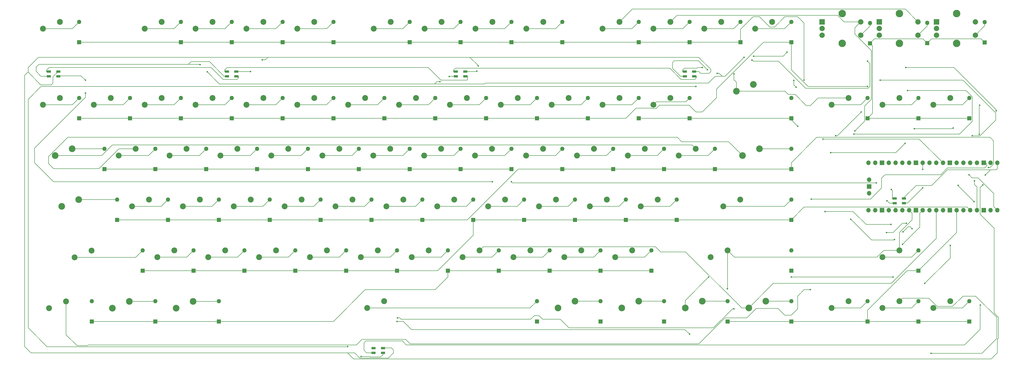
<source format=gbr>
%TF.GenerationSoftware,KiCad,Pcbnew,9.0.2*%
%TF.CreationDate,2025-06-10T11:05:30+05:30*%
%TF.ProjectId,RoyBoard,526f7942-6f61-4726-942e-6b696361645f,rev?*%
%TF.SameCoordinates,Original*%
%TF.FileFunction,Copper,L1,Top*%
%TF.FilePolarity,Positive*%
%FSLAX46Y46*%
G04 Gerber Fmt 4.6, Leading zero omitted, Abs format (unit mm)*
G04 Created by KiCad (PCBNEW 9.0.2) date 2025-06-10 11:05:30*
%MOMM*%
%LPD*%
G01*
G04 APERTURE LIST*
%TA.AperFunction,ComponentPad*%
%ADD10C,2.200000*%
%TD*%
%TA.AperFunction,ComponentPad*%
%ADD11C,2.500000*%
%TD*%
%TA.AperFunction,SMDPad,CuDef*%
%ADD12R,1.600000X0.850000*%
%TD*%
%TA.AperFunction,ComponentPad*%
%ADD13R,2.000000X2.000000*%
%TD*%
%TA.AperFunction,ComponentPad*%
%ADD14C,2.000000*%
%TD*%
%TA.AperFunction,ComponentPad*%
%ADD15C,2.800000*%
%TD*%
%TA.AperFunction,ComponentPad*%
%ADD16R,1.600000X1.600000*%
%TD*%
%TA.AperFunction,ComponentPad*%
%ADD17O,1.600000X1.600000*%
%TD*%
%TA.AperFunction,ComponentPad*%
%ADD18O,1.700000X1.700000*%
%TD*%
%TA.AperFunction,ComponentPad*%
%ADD19R,1.700000X1.700000*%
%TD*%
%TA.AperFunction,ViaPad*%
%ADD20C,0.600000*%
%TD*%
%TA.AperFunction,Conductor*%
%ADD21C,0.200000*%
%TD*%
G04 APERTURE END LIST*
D10*
%TO.P,SW70,1,1*%
%TO.N,col10*%
X171775000Y-145120000D03*
%TO.P,SW70,2,2*%
%TO.N,Net-(D70-A)*%
X165425000Y-147660000D03*
%TD*%
%TO.P,SW10,1,1*%
%TO.N,col10*%
X259960000Y-40325000D03*
%TO.P,SW10,2,2*%
%TO.N,Net-(D10-A)*%
X253610000Y-42865000D03*
%TD*%
D11*
%TO.P,SW27,1,1*%
%TO.N,col3*%
X303755000Y-66330000D03*
%TO.P,SW27,2,2*%
%TO.N,Net-(D27-A)*%
X310105000Y-63790000D03*
%TD*%
D10*
%TO.P,SW58,1,1*%
%TO.N,col10*%
X131372500Y-126050000D03*
%TO.P,SW58,2,2*%
%TO.N,Net-(D58-A)*%
X125022500Y-128590000D03*
%TD*%
D11*
%TO.P,SW73,1,1*%
%TO.N,col1*%
X284537500Y-147600000D03*
%TO.P,SW73,2,2*%
%TO.N,Net-(D73-A)*%
X290887500Y-145060000D03*
%TD*%
D12*
%TO.P,D86,1,DOUT*%
%TO.N,Net-(D86-DOUT)*%
X46278750Y-58976250D03*
%TO.P,D86,2,VSS*%
%TO.N,GND*%
X46278750Y-60726250D03*
%TO.P,D86,3,DIN*%
%TO.N,Net-(D85-DOUT)*%
X49778750Y-60726250D03*
%TO.P,D86,4,VDD*%
%TO.N,+5V*%
X49778750Y-58976250D03*
%TD*%
D10*
%TO.P,SW57,1,1*%
%TO.N,col9*%
X112322500Y-126050000D03*
%TO.P,SW57,2,2*%
%TO.N,Net-(D57-A)*%
X105972500Y-128590000D03*
%TD*%
%TO.P,SW61,1,1*%
%TO.N,col1*%
X188522500Y-126050000D03*
%TO.P,SW61,2,2*%
%TO.N,Net-(D61-A)*%
X182172500Y-128590000D03*
%TD*%
%TO.P,SW53,1,1*%
%TO.N,col5*%
X274247500Y-107000000D03*
%TO.P,SW53,2,2*%
%TO.N,Net-(D53-A)*%
X267897500Y-109540000D03*
%TD*%
D11*
%TO.P,SW41,1,1*%
%TO.N,col5*%
X305995000Y-90455000D03*
%TO.P,SW41,2,2*%
%TO.N,Net-(D41-A)*%
X312345000Y-87915000D03*
%TD*%
D10*
%TO.P,SW80,1,1*%
%TO.N,col8*%
X364735000Y-145100000D03*
%TO.P,SW80,2,2*%
%TO.N,Net-(D80-A)*%
X358385000Y-147640000D03*
%TD*%
%TO.P,SW78,1,1*%
%TO.N,col6*%
X364735000Y-126050000D03*
%TO.P,SW78,2,2*%
%TO.N,Net-(D78-A)*%
X358385000Y-128590000D03*
%TD*%
%TO.P,SW43,1,1*%
%TO.N,col7*%
X83747500Y-107000000D03*
%TO.P,SW43,2,2*%
%TO.N,Net-(D43-A)*%
X77397500Y-109540000D03*
%TD*%
%TO.P,SW40,1,1*%
%TO.N,col4*%
X288515000Y-87945000D03*
%TO.P,SW40,2,2*%
%TO.N,Net-(D40-A)*%
X282165000Y-90485000D03*
%TD*%
%TO.P,SW24,1,1*%
%TO.N,col12*%
X240910000Y-68900000D03*
%TO.P,SW24,2,2*%
%TO.N,Net-(D24-A)*%
X234560000Y-71440000D03*
%TD*%
%TO.P,SW14,1,1*%
%TO.N,col2*%
X50387500Y-68870000D03*
%TO.P,SW14,2,2*%
%TO.N,Net-(D14-A)*%
X44037500Y-71410000D03*
%TD*%
%TO.P,SW46,1,1*%
%TO.N,col10*%
X140897500Y-107000000D03*
%TO.P,SW46,2,2*%
%TO.N,Net-(D46-A)*%
X134547500Y-109540000D03*
%TD*%
%TO.P,SW33,1,1*%
%TO.N,col9*%
X155025000Y-87975000D03*
%TO.P,SW33,2,2*%
%TO.N,Net-(D33-A)*%
X148675000Y-90515000D03*
%TD*%
%TO.P,SW31,1,1*%
%TO.N,col7*%
X116875000Y-87945000D03*
%TO.P,SW31,2,2*%
%TO.N,Net-(D31-A)*%
X110525000Y-90485000D03*
%TD*%
%TO.P,SW54,1,1*%
%TO.N,col6*%
X305175000Y-107000000D03*
%TO.P,SW54,2,2*%
%TO.N,Net-(D54-A)*%
X298825000Y-109540000D03*
%TD*%
%TO.P,SW30,1,1*%
%TO.N,col6*%
X97795000Y-87965000D03*
%TO.P,SW30,2,2*%
%TO.N,Net-(D30-A)*%
X91445000Y-90505000D03*
%TD*%
%TO.P,SW19,1,1*%
%TO.N,col7*%
X145655000Y-68925000D03*
%TO.P,SW19,2,2*%
%TO.N,Net-(D19-A)*%
X139305000Y-71465000D03*
%TD*%
%TO.P,SW47,1,1*%
%TO.N,col11*%
X159947500Y-107000000D03*
%TO.P,SW47,2,2*%
%TO.N,Net-(D47-A)*%
X153597500Y-109540000D03*
%TD*%
D13*
%TO.P,SW84,A,A*%
%TO.N,ec1_3*%
X378666250Y-40325000D03*
D14*
%TO.P,SW84,B,B*%
%TO.N,ec2_3*%
X378666250Y-45325000D03*
%TO.P,SW84,C,C*%
%TO.N,GND*%
X378666250Y-42825000D03*
D15*
%TO.P,SW84,MP*%
%TO.N,N/C*%
X386166250Y-37225000D03*
X386166250Y-48425000D03*
D14*
%TO.P,SW84,S1,S1*%
%TO.N,col12*%
X393166250Y-40325000D03*
%TO.P,SW84,S2,S2*%
%TO.N,Net-(D84-A)*%
X393166250Y-45325000D03*
%TD*%
D10*
%TO.P,SW1,1,1*%
%TO.N,col1*%
X50410000Y-40325000D03*
%TO.P,SW1,2,2*%
%TO.N,Net-(D1-A)*%
X44060000Y-42865000D03*
%TD*%
%TO.P,SW81,1,1*%
%TO.N,col9*%
X383785000Y-145100000D03*
%TO.P,SW81,2,2*%
%TO.N,Net-(D81-A)*%
X377435000Y-147640000D03*
%TD*%
%TO.P,SW75,1,1*%
%TO.N,col3*%
X345685000Y-68900000D03*
%TO.P,SW75,2,2*%
%TO.N,Net-(D75-A)*%
X339335000Y-71440000D03*
%TD*%
D12*
%TO.P,D85,1,DOUT*%
%TO.N,Net-(D85-DOUT)*%
X362985000Y-106601250D03*
%TO.P,D85,2,VSS*%
%TO.N,GND*%
X362985000Y-108351250D03*
%TO.P,D85,3,DIN*%
%TO.N,rgb*%
X366485000Y-108351250D03*
%TO.P,D85,4,VDD*%
%TO.N,+5V*%
X366485000Y-106601250D03*
%TD*%
D10*
%TO.P,SW44,1,1*%
%TO.N,col8*%
X102797500Y-107000000D03*
%TO.P,SW44,2,2*%
%TO.N,Net-(D44-A)*%
X96447500Y-109540000D03*
%TD*%
%TO.P,SW25,1,1*%
%TO.N,col1*%
X259960000Y-68900000D03*
%TO.P,SW25,2,2*%
%TO.N,Net-(D25-A)*%
X253610000Y-71440000D03*
%TD*%
%TO.P,SW3,1,1*%
%TO.N,col3*%
X107560000Y-40325000D03*
%TO.P,SW3,2,2*%
%TO.N,Net-(D3-A)*%
X101210000Y-42865000D03*
%TD*%
%TO.P,SW35,1,1*%
%TO.N,col11*%
X193135000Y-87965000D03*
%TO.P,SW35,2,2*%
%TO.N,Net-(D35-A)*%
X186785000Y-90505000D03*
%TD*%
%TO.P,SW56,1,1*%
%TO.N,col8*%
X93272500Y-126050000D03*
%TO.P,SW56,2,2*%
%TO.N,Net-(D56-A)*%
X86922500Y-128590000D03*
%TD*%
%TO.P,SW67,1,1*%
%TO.N,col7*%
X52695000Y-145170000D03*
%TO.P,SW67,2,2*%
%TO.N,Net-(D67-A)*%
X46345000Y-147710000D03*
%TD*%
D12*
%TO.P,D90,1,DOUT*%
%TO.N,unconnected-(D90-DOUT-Pad1)*%
X167865000Y-162715000D03*
%TO.P,D90,2,VSS*%
%TO.N,GND*%
X167865000Y-164465000D03*
%TO.P,D90,3,DIN*%
%TO.N,Net-(D89-DOUT)*%
X171365000Y-164465000D03*
%TO.P,D90,4,VDD*%
%TO.N,+5V*%
X171365000Y-162715000D03*
%TD*%
D10*
%TO.P,SW60,1,1*%
%TO.N,col12*%
X169472500Y-126050000D03*
%TO.P,SW60,2,2*%
%TO.N,Net-(D60-A)*%
X163122500Y-128590000D03*
%TD*%
%TO.P,SW7,1,1*%
%TO.N,col7*%
X193285000Y-40325000D03*
%TO.P,SW7,2,2*%
%TO.N,Net-(D7-A)*%
X186935000Y-42865000D03*
%TD*%
%TO.P,SW2,1,1*%
%TO.N,col2*%
X88510000Y-40325000D03*
%TO.P,SW2,2,2*%
%TO.N,Net-(D2-A)*%
X82160000Y-42865000D03*
%TD*%
%TO.P,SW77,1,1*%
%TO.N,col5*%
X383785000Y-68900000D03*
%TO.P,SW77,2,2*%
%TO.N,Net-(D77-A)*%
X377435000Y-71440000D03*
%TD*%
D11*
%TO.P,SW72,1,1*%
%TO.N,col12*%
X260757500Y-147620000D03*
%TO.P,SW72,2,2*%
%TO.N,Net-(D72-A)*%
X267107500Y-145080000D03*
%TD*%
%TO.P,SW42,1,1*%
%TO.N,col6*%
X51045000Y-109555000D03*
%TO.P,SW42,2,2*%
%TO.N,Net-(D42-A)*%
X57395000Y-107015000D03*
%TD*%
D10*
%TO.P,SW79,1,1*%
%TO.N,col7*%
X345685000Y-145100000D03*
%TO.P,SW79,2,2*%
%TO.N,Net-(D79-A)*%
X339335000Y-147640000D03*
%TD*%
%TO.P,SW13,1,1*%
%TO.N,col1*%
X317110000Y-40325000D03*
%TO.P,SW13,2,2*%
%TO.N,Net-(D13-A)*%
X310760000Y-42865000D03*
%TD*%
D11*
%TO.P,SW28,1,1*%
%TO.N,col4*%
X48655000Y-90515000D03*
%TO.P,SW28,2,2*%
%TO.N,Net-(D28-A)*%
X55005000Y-87975000D03*
%TD*%
D10*
%TO.P,SW9,1,1*%
%TO.N,col9*%
X231385000Y-40325000D03*
%TO.P,SW9,2,2*%
%TO.N,Net-(D9-A)*%
X225035000Y-42865000D03*
%TD*%
%TO.P,SW18,1,1*%
%TO.N,col6*%
X126610000Y-68900000D03*
%TO.P,SW18,2,2*%
%TO.N,Net-(D18-A)*%
X120260000Y-71440000D03*
%TD*%
%TO.P,SW12,1,1*%
%TO.N,col12*%
X298060000Y-40325000D03*
%TO.P,SW12,2,2*%
%TO.N,Net-(D12-A)*%
X291710000Y-42865000D03*
%TD*%
%TO.P,SW50,1,1*%
%TO.N,col2*%
X217097500Y-107000000D03*
%TO.P,SW50,2,2*%
%TO.N,Net-(D50-A)*%
X210747500Y-109540000D03*
%TD*%
%TO.P,SW63,1,1*%
%TO.N,col3*%
X226622500Y-126050000D03*
%TO.P,SW63,2,2*%
%TO.N,Net-(D63-A)*%
X220272500Y-128590000D03*
%TD*%
%TO.P,SW59,1,1*%
%TO.N,col11*%
X150422500Y-126050000D03*
%TO.P,SW59,2,2*%
%TO.N,Net-(D59-A)*%
X144072500Y-128590000D03*
%TD*%
%TO.P,SW21,1,1*%
%TO.N,col9*%
X183760000Y-68900000D03*
%TO.P,SW21,2,2*%
%TO.N,Net-(D21-A)*%
X177410000Y-71440000D03*
%TD*%
D12*
%TO.P,D89,1,DOUT*%
%TO.N,Net-(D89-DOUT)*%
X284403750Y-58976250D03*
%TO.P,D89,2,VSS*%
%TO.N,GND*%
X284403750Y-60726250D03*
%TO.P,D89,3,DIN*%
%TO.N,Net-(D88-DOUT)*%
X287903750Y-60726250D03*
%TO.P,D89,4,VDD*%
%TO.N,+5V*%
X287903750Y-58976250D03*
%TD*%
%TO.P,D88,1,DOUT*%
%TO.N,Net-(D88-DOUT)*%
X198678750Y-58976250D03*
%TO.P,D88,2,VSS*%
%TO.N,GND*%
X198678750Y-60726250D03*
%TO.P,D88,3,DIN*%
%TO.N,Net-(D87-DOUT)*%
X202178750Y-60726250D03*
%TO.P,D88,4,VDD*%
%TO.N,+5V*%
X202178750Y-58976250D03*
%TD*%
D10*
%TO.P,SW16,1,1*%
%TO.N,col4*%
X88510000Y-68900000D03*
%TO.P,SW16,2,2*%
%TO.N,Net-(D16-A)*%
X82160000Y-71440000D03*
%TD*%
%TO.P,SW29,1,1*%
%TO.N,col5*%
X78755000Y-87965000D03*
%TO.P,SW29,2,2*%
%TO.N,Net-(D29-A)*%
X72405000Y-90505000D03*
%TD*%
D11*
%TO.P,SW68,1,1*%
%TO.N,col8*%
X70067500Y-147680000D03*
%TO.P,SW68,2,2*%
%TO.N,Net-(D68-A)*%
X76417500Y-145140000D03*
%TD*%
%TO.P,SW74,1,1*%
%TO.N,col2*%
X308377500Y-147610000D03*
%TO.P,SW74,2,2*%
%TO.N,Net-(D74-A)*%
X314727500Y-145070000D03*
%TD*%
D10*
%TO.P,SW65,1,1*%
%TO.N,col5*%
X264722500Y-126050000D03*
%TO.P,SW65,2,2*%
%TO.N,Net-(D65-A)*%
X258372500Y-128590000D03*
%TD*%
%TO.P,SW49,1,1*%
%TO.N,col1*%
X198047500Y-107000000D03*
%TO.P,SW49,2,2*%
%TO.N,Net-(D49-A)*%
X191697500Y-109540000D03*
%TD*%
%TO.P,SW34,1,1*%
%TO.N,col10*%
X174095000Y-87975000D03*
%TO.P,SW34,2,2*%
%TO.N,Net-(D34-A)*%
X167745000Y-90515000D03*
%TD*%
%TO.P,SW37,1,1*%
%TO.N,col1*%
X231295000Y-87955000D03*
%TO.P,SW37,2,2*%
%TO.N,Net-(D37-A)*%
X224945000Y-90495000D03*
%TD*%
%TO.P,SW38,1,1*%
%TO.N,col2*%
X250355000Y-87955000D03*
%TO.P,SW38,2,2*%
%TO.N,Net-(D38-A)*%
X244005000Y-90495000D03*
%TD*%
%TO.P,SW45,1,1*%
%TO.N,col9*%
X121847500Y-107000000D03*
%TO.P,SW45,2,2*%
%TO.N,Net-(D45-A)*%
X115497500Y-109540000D03*
%TD*%
%TO.P,SW66,1,1*%
%TO.N,col6*%
X300415000Y-126040000D03*
%TO.P,SW66,2,2*%
%TO.N,Net-(D66-A)*%
X294065000Y-128580000D03*
%TD*%
%TO.P,SW17,1,1*%
%TO.N,col5*%
X107560000Y-68900000D03*
%TO.P,SW17,2,2*%
%TO.N,Net-(D17-A)*%
X101210000Y-71440000D03*
%TD*%
%TO.P,SW64,1,1*%
%TO.N,col4*%
X245672500Y-126050000D03*
%TO.P,SW64,2,2*%
%TO.N,Net-(D64-A)*%
X239322500Y-128590000D03*
%TD*%
D12*
%TO.P,D87,1,DOUT*%
%TO.N,Net-(D87-DOUT)*%
X112953750Y-58976250D03*
%TO.P,D87,2,VSS*%
%TO.N,GND*%
X112953750Y-60726250D03*
%TO.P,D87,3,DIN*%
%TO.N,Net-(D86-DOUT)*%
X116453750Y-60726250D03*
%TO.P,D87,4,VDD*%
%TO.N,+5V*%
X116453750Y-58976250D03*
%TD*%
D13*
%TO.P,SW83,A,A*%
%TO.N,ec1_1*%
X357235000Y-40325000D03*
D14*
%TO.P,SW83,B,B*%
%TO.N,ec2_1*%
X357235000Y-45325000D03*
%TO.P,SW83,C,C*%
%TO.N,GND*%
X357235000Y-42825000D03*
D15*
%TO.P,SW83,MP*%
%TO.N,N/C*%
X364735000Y-37225000D03*
X364735000Y-48425000D03*
D14*
%TO.P,SW83,S1,S1*%
%TO.N,col10*%
X371735000Y-40325000D03*
%TO.P,SW83,S2,S2*%
%TO.N,Net-(D82-A)*%
X371735000Y-45325000D03*
%TD*%
D10*
%TO.P,SW6,1,1*%
%TO.N,col6*%
X174235000Y-40325000D03*
%TO.P,SW6,2,2*%
%TO.N,Net-(D6-A)*%
X167885000Y-42865000D03*
%TD*%
%TO.P,SW15,1,1*%
%TO.N,col3*%
X69460000Y-68900000D03*
%TO.P,SW15,2,2*%
%TO.N,Net-(D15-A)*%
X63110000Y-71440000D03*
%TD*%
%TO.P,SW26,1,1*%
%TO.N,col2*%
X279010000Y-68900000D03*
%TO.P,SW26,2,2*%
%TO.N,Net-(D26-A)*%
X272660000Y-71440000D03*
%TD*%
%TO.P,SW8,1,1*%
%TO.N,col8*%
X212335000Y-40325000D03*
%TO.P,SW8,2,2*%
%TO.N,Net-(D8-A)*%
X205985000Y-42865000D03*
%TD*%
D11*
%TO.P,SW69,1,1*%
%TO.N,col9*%
X93907500Y-147680000D03*
%TO.P,SW69,2,2*%
%TO.N,Net-(D69-A)*%
X100257500Y-145140000D03*
%TD*%
D10*
%TO.P,SW48,1,1*%
%TO.N,col12*%
X178997500Y-107000000D03*
%TO.P,SW48,2,2*%
%TO.N,Net-(D48-A)*%
X172647500Y-109540000D03*
%TD*%
%TO.P,SW39,1,1*%
%TO.N,col3*%
X269445000Y-87945000D03*
%TO.P,SW39,2,2*%
%TO.N,Net-(D39-A)*%
X263095000Y-90485000D03*
%TD*%
%TO.P,SW4,1,1*%
%TO.N,col4*%
X126610000Y-40325000D03*
%TO.P,SW4,2,2*%
%TO.N,Net-(D4-A)*%
X120260000Y-42865000D03*
%TD*%
D11*
%TO.P,SW71,1,1*%
%TO.N,col11*%
X236907500Y-147640000D03*
%TO.P,SW71,2,2*%
%TO.N,Net-(D71-A)*%
X243257500Y-145100000D03*
%TD*%
D10*
%TO.P,SW52,1,1*%
%TO.N,col4*%
X255197500Y-107000000D03*
%TO.P,SW52,2,2*%
%TO.N,Net-(D52-A)*%
X248847500Y-109540000D03*
%TD*%
%TO.P,SW23,1,1*%
%TO.N,col11*%
X221860000Y-68900000D03*
%TO.P,SW23,2,2*%
%TO.N,Net-(D23-A)*%
X215510000Y-71440000D03*
%TD*%
%TO.P,SW76,1,1*%
%TO.N,col4*%
X364735000Y-68900000D03*
%TO.P,SW76,2,2*%
%TO.N,Net-(D76-A)*%
X358385000Y-71440000D03*
%TD*%
D13*
%TO.P,SW82,A,A*%
%TO.N,ec1_2*%
X335803750Y-40325000D03*
D14*
%TO.P,SW82,B,B*%
%TO.N,ec2_2*%
X335803750Y-45325000D03*
%TO.P,SW82,C,C*%
%TO.N,GND*%
X335803750Y-42825000D03*
D15*
%TO.P,SW82,MP*%
%TO.N,N/C*%
X343303750Y-37225000D03*
X343303750Y-48425000D03*
D14*
%TO.P,SW82,S1,S1*%
%TO.N,col11*%
X350303750Y-40325000D03*
%TO.P,SW82,S2,S2*%
%TO.N,Net-(D83-A)*%
X350303750Y-45325000D03*
%TD*%
D10*
%TO.P,SW22,1,1*%
%TO.N,col10*%
X202810000Y-68900000D03*
%TO.P,SW22,2,2*%
%TO.N,Net-(D22-A)*%
X196460000Y-71440000D03*
%TD*%
%TO.P,SW62,1,1*%
%TO.N,col2*%
X207572500Y-126050000D03*
%TO.P,SW62,2,2*%
%TO.N,Net-(D62-A)*%
X201222500Y-128590000D03*
%TD*%
%TO.P,SW51,1,1*%
%TO.N,col3*%
X236147500Y-107000000D03*
%TO.P,SW51,2,2*%
%TO.N,Net-(D51-A)*%
X229797500Y-109540000D03*
%TD*%
%TO.P,SW20,1,1*%
%TO.N,col8*%
X164710000Y-68900000D03*
%TO.P,SW20,2,2*%
%TO.N,Net-(D20-A)*%
X158360000Y-71440000D03*
%TD*%
%TO.P,SW55,1,1*%
%TO.N,col7*%
X62205000Y-126120000D03*
%TO.P,SW55,2,2*%
%TO.N,Net-(D55-A)*%
X55855000Y-128660000D03*
%TD*%
%TO.P,SW36,1,1*%
%TO.N,col12*%
X212205000Y-87965000D03*
%TO.P,SW36,2,2*%
%TO.N,Net-(D36-A)*%
X205855000Y-90505000D03*
%TD*%
%TO.P,SW11,1,1*%
%TO.N,col11*%
X279010000Y-40325000D03*
%TO.P,SW11,2,2*%
%TO.N,Net-(D11-A)*%
X272660000Y-42865000D03*
%TD*%
%TO.P,SW5,1,1*%
%TO.N,col5*%
X145660000Y-40325000D03*
%TO.P,SW5,2,2*%
%TO.N,Net-(D5-A)*%
X139310000Y-42865000D03*
%TD*%
%TO.P,SW32,1,1*%
%TO.N,col8*%
X135945000Y-87985000D03*
%TO.P,SW32,2,2*%
%TO.N,Net-(D32-A)*%
X129595000Y-90525000D03*
%TD*%
D16*
%TO.P,D53,1,K*%
%TO.N,row5*%
X281391250Y-114620000D03*
D17*
%TO.P,D53,2,A*%
%TO.N,Net-(D53-A)*%
X281391250Y-107000000D03*
%TD*%
D16*
%TO.P,D73,1,K*%
%TO.N,row7*%
X300441250Y-152720000D03*
D17*
%TO.P,D73,2,A*%
%TO.N,Net-(D73-A)*%
X300441250Y-145100000D03*
%TD*%
D16*
%TO.P,D2,1,K*%
%TO.N,row1*%
X95653750Y-47945000D03*
D17*
%TO.P,D2,2,A*%
%TO.N,Net-(D2-A)*%
X95653750Y-40325000D03*
%TD*%
D16*
%TO.P,D61,1,K*%
%TO.N,row6*%
X195666250Y-133670000D03*
D17*
%TO.P,D61,2,A*%
%TO.N,Net-(D61-A)*%
X195666250Y-126050000D03*
%TD*%
D16*
%TO.P,D15,1,K*%
%TO.N,row2*%
X76603750Y-76520000D03*
D17*
%TO.P,D15,2,A*%
%TO.N,Net-(D15-A)*%
X76603750Y-68900000D03*
%TD*%
D16*
%TO.P,D39,1,K*%
%TO.N,row4*%
X276628750Y-95570000D03*
D17*
%TO.P,D39,2,A*%
%TO.N,Net-(D39-A)*%
X276628750Y-87950000D03*
%TD*%
D16*
%TO.P,D81,1,K*%
%TO.N,row7*%
X390928750Y-152720000D03*
D17*
%TO.P,D81,2,A*%
%TO.N,Net-(D81-A)*%
X390928750Y-145100000D03*
%TD*%
D16*
%TO.P,D5,1,K*%
%TO.N,row1*%
X152803750Y-47945000D03*
D17*
%TO.P,D5,2,A*%
%TO.N,Net-(D5-A)*%
X152803750Y-40325000D03*
%TD*%
D16*
%TO.P,D44,1,K*%
%TO.N,row4*%
X109941250Y-114620000D03*
D17*
%TO.P,D44,2,A*%
%TO.N,Net-(D44-A)*%
X109941250Y-107000000D03*
%TD*%
D16*
%TO.P,D8,1,K*%
%TO.N,row1*%
X219478750Y-47945000D03*
D17*
%TO.P,D8,2,A*%
%TO.N,Net-(D8-A)*%
X219478750Y-40325000D03*
%TD*%
D16*
%TO.P,D21,1,K*%
%TO.N,row2*%
X190903750Y-76520000D03*
D17*
%TO.P,D21,2,A*%
%TO.N,Net-(D21-A)*%
X190903750Y-68900000D03*
%TD*%
D16*
%TO.P,D77,1,K*%
%TO.N,row7*%
X390928750Y-76520000D03*
D17*
%TO.P,D77,2,A*%
%TO.N,Net-(D77-A)*%
X390928750Y-68900000D03*
%TD*%
D16*
%TO.P,D1,1,K*%
%TO.N,row1*%
X57553750Y-47945000D03*
D17*
%TO.P,D1,2,A*%
%TO.N,Net-(D1-A)*%
X57553750Y-40325000D03*
%TD*%
D16*
%TO.P,D35,1,K*%
%TO.N,row3*%
X200428750Y-95570000D03*
D17*
%TO.P,D35,2,A*%
%TO.N,Net-(D35-A)*%
X200428750Y-87950000D03*
%TD*%
D16*
%TO.P,D10,1,K*%
%TO.N,row1*%
X267103750Y-47945000D03*
D17*
%TO.P,D10,2,A*%
%TO.N,Net-(D10-A)*%
X267103750Y-40325000D03*
%TD*%
D16*
%TO.P,D41,1,K*%
%TO.N,row4*%
X324253750Y-95570000D03*
D17*
%TO.P,D41,2,A*%
%TO.N,Net-(D41-A)*%
X324253750Y-87950000D03*
%TD*%
D16*
%TO.P,D42,1,K*%
%TO.N,row4*%
X71841250Y-114620000D03*
D17*
%TO.P,D42,2,A*%
%TO.N,Net-(D42-A)*%
X71841250Y-107000000D03*
%TD*%
D16*
%TO.P,D23,1,K*%
%TO.N,row2*%
X229003750Y-76520000D03*
D17*
%TO.P,D23,2,A*%
%TO.N,Net-(D23-A)*%
X229003750Y-68900000D03*
%TD*%
D16*
%TO.P,D40,1,K*%
%TO.N,row4*%
X295678750Y-95570000D03*
D17*
%TO.P,D40,2,A*%
%TO.N,Net-(D40-A)*%
X295678750Y-87950000D03*
%TD*%
D16*
%TO.P,D58,1,K*%
%TO.N,row5*%
X138516250Y-133670000D03*
D17*
%TO.P,D58,2,A*%
%TO.N,Net-(D58-A)*%
X138516250Y-126050000D03*
%TD*%
D16*
%TO.P,D60,1,K*%
%TO.N,row5*%
X176616250Y-133670000D03*
D17*
%TO.P,D60,2,A*%
%TO.N,Net-(D60-A)*%
X176616250Y-126050000D03*
%TD*%
D16*
%TO.P,D52,1,K*%
%TO.N,row5*%
X262341250Y-114620000D03*
D17*
%TO.P,D52,2,A*%
%TO.N,Net-(D52-A)*%
X262341250Y-107000000D03*
%TD*%
D16*
%TO.P,D32,1,K*%
%TO.N,row3*%
X143278750Y-95570000D03*
D17*
%TO.P,D32,2,A*%
%TO.N,Net-(D32-A)*%
X143278750Y-87950000D03*
%TD*%
D16*
%TO.P,D74,1,K*%
%TO.N,row7*%
X324253750Y-152720000D03*
D17*
%TO.P,D74,2,A*%
%TO.N,Net-(D74-A)*%
X324253750Y-145100000D03*
%TD*%
D16*
%TO.P,D26,1,K*%
%TO.N,row3*%
X286153750Y-76520000D03*
D17*
%TO.P,D26,2,A*%
%TO.N,Net-(D26-A)*%
X286153750Y-68900000D03*
%TD*%
D16*
%TO.P,D64,1,K*%
%TO.N,row6*%
X252816250Y-133670000D03*
D17*
%TO.P,D64,2,A*%
%TO.N,Net-(D64-A)*%
X252816250Y-126050000D03*
%TD*%
D16*
%TO.P,D17,1,K*%
%TO.N,row2*%
X114703750Y-76520000D03*
D17*
%TO.P,D17,2,A*%
%TO.N,Net-(D17-A)*%
X114703750Y-68900000D03*
%TD*%
D16*
%TO.P,D6,1,K*%
%TO.N,row1*%
X181378750Y-47945000D03*
D17*
%TO.P,D6,2,A*%
%TO.N,Net-(D6-A)*%
X181378750Y-40325000D03*
%TD*%
D16*
%TO.P,D27,1,K*%
%TO.N,row3*%
X324253750Y-76520000D03*
D17*
%TO.P,D27,2,A*%
%TO.N,Net-(D27-A)*%
X324253750Y-68900000D03*
%TD*%
D16*
%TO.P,D62,1,K*%
%TO.N,row6*%
X214716250Y-133670000D03*
D17*
%TO.P,D62,2,A*%
%TO.N,Net-(D62-A)*%
X214716250Y-126050000D03*
%TD*%
D16*
%TO.P,D12,1,K*%
%TO.N,row1*%
X305203750Y-47945000D03*
D17*
%TO.P,D12,2,A*%
%TO.N,Net-(D12-A)*%
X305203750Y-40325000D03*
%TD*%
D16*
%TO.P,D84,1,K*%
%TO.N,row7*%
X396685000Y-48100000D03*
D17*
%TO.P,D84,2,A*%
%TO.N,Net-(D84-A)*%
X396685000Y-40480000D03*
%TD*%
D16*
%TO.P,D20,1,K*%
%TO.N,row2*%
X171853750Y-76520000D03*
D17*
%TO.P,D20,2,A*%
%TO.N,Net-(D20-A)*%
X171853750Y-68900000D03*
%TD*%
D16*
%TO.P,D63,1,K*%
%TO.N,row6*%
X233766250Y-133670000D03*
D17*
%TO.P,D63,2,A*%
%TO.N,Net-(D63-A)*%
X233766250Y-126050000D03*
%TD*%
D16*
%TO.P,D38,1,K*%
%TO.N,row4*%
X257578750Y-95570000D03*
D17*
%TO.P,D38,2,A*%
%TO.N,Net-(D38-A)*%
X257578750Y-87950000D03*
%TD*%
D16*
%TO.P,D78,1,K*%
%TO.N,row7*%
X371878750Y-133670000D03*
D17*
%TO.P,D78,2,A*%
%TO.N,Net-(D78-A)*%
X371878750Y-126050000D03*
%TD*%
D16*
%TO.P,D67,1,K*%
%TO.N,row6*%
X62316250Y-152720000D03*
D17*
%TO.P,D67,2,A*%
%TO.N,Net-(D67-A)*%
X62316250Y-145100000D03*
%TD*%
D16*
%TO.P,D83,1,K*%
%TO.N,row7*%
X353755000Y-48370000D03*
D17*
%TO.P,D83,2,A*%
%TO.N,Net-(D83-A)*%
X353755000Y-40750000D03*
%TD*%
D16*
%TO.P,D22,1,K*%
%TO.N,row2*%
X209953750Y-76520000D03*
D17*
%TO.P,D22,2,A*%
%TO.N,Net-(D22-A)*%
X209953750Y-68900000D03*
%TD*%
D16*
%TO.P,D19,1,K*%
%TO.N,row2*%
X152803750Y-76520000D03*
D17*
%TO.P,D19,2,A*%
%TO.N,Net-(D19-A)*%
X152803750Y-68900000D03*
%TD*%
D16*
%TO.P,D51,1,K*%
%TO.N,row5*%
X243291250Y-114620000D03*
D17*
%TO.P,D51,2,A*%
%TO.N,Net-(D51-A)*%
X243291250Y-107000000D03*
%TD*%
D16*
%TO.P,D76,1,K*%
%TO.N,row7*%
X371878750Y-76520000D03*
D17*
%TO.P,D76,2,A*%
%TO.N,Net-(D76-A)*%
X371878750Y-68900000D03*
%TD*%
D16*
%TO.P,D47,1,K*%
%TO.N,row4*%
X167091250Y-114620000D03*
D17*
%TO.P,D47,2,A*%
%TO.N,Net-(D47-A)*%
X167091250Y-107000000D03*
%TD*%
D16*
%TO.P,D33,1,K*%
%TO.N,row3*%
X162328750Y-95570000D03*
D17*
%TO.P,D33,2,A*%
%TO.N,Net-(D33-A)*%
X162328750Y-87950000D03*
%TD*%
D16*
%TO.P,D18,1,K*%
%TO.N,row2*%
X133753750Y-76520000D03*
D17*
%TO.P,D18,2,A*%
%TO.N,Net-(D18-A)*%
X133753750Y-68900000D03*
%TD*%
D16*
%TO.P,D59,1,K*%
%TO.N,row5*%
X157566250Y-133670000D03*
D17*
%TO.P,D59,2,A*%
%TO.N,Net-(D59-A)*%
X157566250Y-126050000D03*
%TD*%
D16*
%TO.P,D55,1,K*%
%TO.N,row5*%
X81366250Y-133670000D03*
D17*
%TO.P,D55,2,A*%
%TO.N,Net-(D55-A)*%
X81366250Y-126050000D03*
%TD*%
D16*
%TO.P,D50,1,K*%
%TO.N,row5*%
X224241250Y-114620000D03*
D17*
%TO.P,D50,2,A*%
%TO.N,Net-(D50-A)*%
X224241250Y-107000000D03*
%TD*%
D16*
%TO.P,D49,1,K*%
%TO.N,row5*%
X205191250Y-114620000D03*
D17*
%TO.P,D49,2,A*%
%TO.N,Net-(D49-A)*%
X205191250Y-107000000D03*
%TD*%
D16*
%TO.P,D68,1,K*%
%TO.N,row6*%
X86128750Y-152720000D03*
D17*
%TO.P,D68,2,A*%
%TO.N,Net-(D68-A)*%
X86128750Y-145100000D03*
%TD*%
D16*
%TO.P,D7,1,K*%
%TO.N,row1*%
X200428750Y-47945000D03*
D17*
%TO.P,D7,2,A*%
%TO.N,Net-(D7-A)*%
X200428750Y-40325000D03*
%TD*%
D16*
%TO.P,D3,1,K*%
%TO.N,row1*%
X114703750Y-47945000D03*
D17*
%TO.P,D3,2,A*%
%TO.N,Net-(D3-A)*%
X114703750Y-40325000D03*
%TD*%
D16*
%TO.P,D71,1,K*%
%TO.N,row6*%
X252816250Y-152720000D03*
D17*
%TO.P,D71,2,A*%
%TO.N,Net-(D71-A)*%
X252816250Y-145100000D03*
%TD*%
D16*
%TO.P,D57,1,K*%
%TO.N,row5*%
X119466250Y-133670000D03*
D17*
%TO.P,D57,2,A*%
%TO.N,Net-(D57-A)*%
X119466250Y-126050000D03*
%TD*%
D16*
%TO.P,D75,1,K*%
%TO.N,row7*%
X352828750Y-76520000D03*
D17*
%TO.P,D75,2,A*%
%TO.N,Net-(D75-A)*%
X352828750Y-68900000D03*
%TD*%
D16*
%TO.P,D54,1,K*%
%TO.N,row5*%
X324253750Y-114620000D03*
D17*
%TO.P,D54,2,A*%
%TO.N,Net-(D54-A)*%
X324253750Y-107000000D03*
%TD*%
D16*
%TO.P,D9,1,K*%
%TO.N,row1*%
X238528750Y-47945000D03*
D17*
%TO.P,D9,2,A*%
%TO.N,Net-(D9-A)*%
X238528750Y-40325000D03*
%TD*%
D16*
%TO.P,D25,1,K*%
%TO.N,row3*%
X267103750Y-76520000D03*
D17*
%TO.P,D25,2,A*%
%TO.N,Net-(D25-A)*%
X267103750Y-68900000D03*
%TD*%
D16*
%TO.P,D11,1,K*%
%TO.N,row1*%
X286153750Y-47945000D03*
D17*
%TO.P,D11,2,A*%
%TO.N,Net-(D11-A)*%
X286153750Y-40325000D03*
%TD*%
D16*
%TO.P,D16,1,K*%
%TO.N,row2*%
X95653750Y-76520000D03*
D17*
%TO.P,D16,2,A*%
%TO.N,Net-(D16-A)*%
X95653750Y-68900000D03*
%TD*%
D16*
%TO.P,D46,1,K*%
%TO.N,row4*%
X148041250Y-114620000D03*
D17*
%TO.P,D46,2,A*%
%TO.N,Net-(D46-A)*%
X148041250Y-107000000D03*
%TD*%
D16*
%TO.P,D37,1,K*%
%TO.N,row4*%
X238528750Y-95570000D03*
D17*
%TO.P,D37,2,A*%
%TO.N,Net-(D37-A)*%
X238528750Y-87950000D03*
%TD*%
D16*
%TO.P,D65,1,K*%
%TO.N,row6*%
X271866250Y-133670000D03*
D17*
%TO.P,D65,2,A*%
%TO.N,Net-(D65-A)*%
X271866250Y-126050000D03*
%TD*%
D16*
%TO.P,D43,1,K*%
%TO.N,row4*%
X90891250Y-114620000D03*
D17*
%TO.P,D43,2,A*%
%TO.N,Net-(D43-A)*%
X90891250Y-107000000D03*
%TD*%
D16*
%TO.P,D66,1,K*%
%TO.N,row6*%
X324253750Y-133670000D03*
D17*
%TO.P,D66,2,A*%
%TO.N,Net-(D66-A)*%
X324253750Y-126050000D03*
%TD*%
D16*
%TO.P,D29,1,K*%
%TO.N,row3*%
X86128750Y-95570000D03*
D17*
%TO.P,D29,2,A*%
%TO.N,Net-(D29-A)*%
X86128750Y-87950000D03*
%TD*%
D16*
%TO.P,D14,1,K*%
%TO.N,row2*%
X57553750Y-76520000D03*
D17*
%TO.P,D14,2,A*%
%TO.N,Net-(D14-A)*%
X57553750Y-68900000D03*
%TD*%
D16*
%TO.P,D70,1,K*%
%TO.N,row6*%
X229003750Y-152720000D03*
D17*
%TO.P,D70,2,A*%
%TO.N,Net-(D70-A)*%
X229003750Y-145100000D03*
%TD*%
D16*
%TO.P,D31,1,K*%
%TO.N,row3*%
X124228750Y-95570000D03*
D17*
%TO.P,D31,2,A*%
%TO.N,Net-(D31-A)*%
X124228750Y-87950000D03*
%TD*%
D16*
%TO.P,D56,1,K*%
%TO.N,row5*%
X100416250Y-133670000D03*
D17*
%TO.P,D56,2,A*%
%TO.N,Net-(D56-A)*%
X100416250Y-126050000D03*
%TD*%
D16*
%TO.P,D82,1,K*%
%TO.N,row7*%
X375175000Y-48310000D03*
D17*
%TO.P,D82,2,A*%
%TO.N,Net-(D82-A)*%
X375175000Y-40690000D03*
%TD*%
D16*
%TO.P,D69,1,K*%
%TO.N,row6*%
X109941250Y-152720000D03*
D17*
%TO.P,D69,2,A*%
%TO.N,Net-(D69-A)*%
X109941250Y-145100000D03*
%TD*%
D16*
%TO.P,D72,1,K*%
%TO.N,row6*%
X276628750Y-152720000D03*
D17*
%TO.P,D72,2,A*%
%TO.N,Net-(D72-A)*%
X276628750Y-145100000D03*
%TD*%
D16*
%TO.P,D45,1,K*%
%TO.N,row4*%
X128991250Y-114620000D03*
D17*
%TO.P,D45,2,A*%
%TO.N,Net-(D45-A)*%
X128991250Y-107000000D03*
%TD*%
D16*
%TO.P,D48,1,K*%
%TO.N,row4*%
X186141250Y-114620000D03*
D17*
%TO.P,D48,2,A*%
%TO.N,Net-(D48-A)*%
X186141250Y-107000000D03*
%TD*%
D16*
%TO.P,D36,1,K*%
%TO.N,row3*%
X219478750Y-95570000D03*
D17*
%TO.P,D36,2,A*%
%TO.N,Net-(D36-A)*%
X219478750Y-87950000D03*
%TD*%
D16*
%TO.P,D4,1,K*%
%TO.N,row1*%
X133753750Y-47945000D03*
D17*
%TO.P,D4,2,A*%
%TO.N,Net-(D4-A)*%
X133753750Y-40325000D03*
%TD*%
D16*
%TO.P,D28,1,K*%
%TO.N,row3*%
X67078750Y-95570000D03*
D17*
%TO.P,D28,2,A*%
%TO.N,Net-(D28-A)*%
X67078750Y-87950000D03*
%TD*%
D16*
%TO.P,D30,1,K*%
%TO.N,row3*%
X105178750Y-95570000D03*
D17*
%TO.P,D30,2,A*%
%TO.N,Net-(D30-A)*%
X105178750Y-87950000D03*
%TD*%
D16*
%TO.P,D13,1,K*%
%TO.N,row2*%
X324253750Y-47945000D03*
D17*
%TO.P,D13,2,A*%
%TO.N,Net-(D13-A)*%
X324253750Y-40325000D03*
%TD*%
D16*
%TO.P,D24,1,K*%
%TO.N,row2*%
X248053750Y-76520000D03*
D17*
%TO.P,D24,2,A*%
%TO.N,Net-(D24-A)*%
X248053750Y-68900000D03*
%TD*%
D18*
%TO.P,U1,1,GPIO0*%
%TO.N,row1*%
X401406250Y-110968750D03*
%TO.P,U1,2,GPIO1*%
%TO.N,row2*%
X398866250Y-110968750D03*
D19*
%TO.P,U1,3,GND*%
%TO.N,unconnected-(U1-GND-Pad3)*%
X396326250Y-110968750D03*
D18*
%TO.P,U1,4,GPIO2*%
%TO.N,row4*%
X393786250Y-110968750D03*
%TO.P,U1,5,GPIO3*%
%TO.N,row5*%
X391246250Y-110968750D03*
%TO.P,U1,6,GPIO4*%
%TO.N,row6*%
X388706250Y-110968750D03*
%TO.P,U1,7,GPIO5*%
%TO.N,row7*%
X386166250Y-110968750D03*
D19*
%TO.P,U1,8,GND*%
%TO.N,unconnected-(U1-GND-Pad8)*%
X383626250Y-110968750D03*
D18*
%TO.P,U1,9,GPIO6*%
%TO.N,col1*%
X381086250Y-110968750D03*
%TO.P,U1,10,GPIO7*%
%TO.N,col2*%
X378546250Y-110968750D03*
%TO.P,U1,11,GPIO8*%
%TO.N,col3*%
X376006250Y-110968750D03*
%TO.P,U1,12,GPIO9*%
%TO.N,col4*%
X373466250Y-110968750D03*
D19*
%TO.P,U1,13,GND*%
%TO.N,unconnected-(U1-GND-Pad13)*%
X370926250Y-110968750D03*
D18*
%TO.P,U1,14,GPIO10*%
%TO.N,col6*%
X368386250Y-110968750D03*
%TO.P,U1,15,GPIO11*%
%TO.N,col7*%
X365846250Y-110968750D03*
%TO.P,U1,16,GPIO12*%
%TO.N,col8*%
X363306250Y-110968750D03*
%TO.P,U1,17,GPIO13*%
%TO.N,col9*%
X360766250Y-110968750D03*
D19*
%TO.P,U1,18,GND*%
%TO.N,unconnected-(U1-GND-Pad18)*%
X358226250Y-110968750D03*
D18*
%TO.P,U1,19,GPIO14*%
%TO.N,col11*%
X355686250Y-110968750D03*
%TO.P,U1,20,GPIO15*%
%TO.N,col12*%
X353146250Y-110968750D03*
%TO.P,U1,21,GPIO16*%
%TO.N,enc2_1*%
X353146250Y-93188750D03*
%TO.P,U1,22,GPIO17*%
%TO.N,enc1_1*%
X355686250Y-93188750D03*
D19*
%TO.P,U1,23,GND*%
%TO.N,unconnected-(U1-GND-Pad23)*%
X358226250Y-93188750D03*
D18*
%TO.P,U1,24,GPIO18*%
%TO.N,enc2_3*%
X360766250Y-93188750D03*
%TO.P,U1,25,GPIO19*%
%TO.N,enc1_3*%
X363306250Y-93188750D03*
%TO.P,U1,26,GPIO20*%
%TO.N,enc2_2*%
X365846250Y-93188750D03*
%TO.P,U1,27,GPIO21*%
%TO.N,enc1_2*%
X368386250Y-93188750D03*
D19*
%TO.P,U1,28,GND*%
%TO.N,unconnected-(U1-GND-Pad28)*%
X370926250Y-93188750D03*
D18*
%TO.P,U1,29,GPIO22*%
%TO.N,rgb*%
X373466250Y-93188750D03*
%TO.P,U1,30,RUN*%
%TO.N,unconnected-(U1-RUN-Pad30)*%
X376006250Y-93188750D03*
%TO.P,U1,31,GPIO26_ADC0*%
%TO.N,col10*%
X378546250Y-93188750D03*
%TO.P,U1,32,GPIO27_ADC1*%
%TO.N,row3*%
X381086250Y-93188750D03*
D19*
%TO.P,U1,33,AGND*%
%TO.N,unconnected-(U1-AGND-Pad33)*%
X383626250Y-93188750D03*
D18*
%TO.P,U1,34,GPIO28_ADC2*%
%TO.N,col5*%
X386166250Y-93188750D03*
%TO.P,U1,35,ADC_VREF*%
%TO.N,unconnected-(U1-ADC_VREF-Pad35)*%
X388706250Y-93188750D03*
%TO.P,U1,36,3V3*%
%TO.N,unconnected-(U1-3V3-Pad36)*%
X391246250Y-93188750D03*
%TO.P,U1,37,3V3_EN*%
%TO.N,unconnected-(U1-3V3_EN-Pad37)*%
X393786250Y-93188750D03*
D19*
%TO.P,U1,38,GND*%
%TO.N,GND*%
X396326250Y-93188750D03*
D18*
%TO.P,U1,39,VSYS*%
%TO.N,unconnected-(U1-VSYS-Pad39)*%
X398866250Y-93188750D03*
%TO.P,U1,40,VBUS*%
%TO.N,+5V*%
X401406250Y-93188750D03*
%TO.P,U1,41,SWCLK*%
%TO.N,unconnected-(U1-SWCLK-Pad41)*%
X353376250Y-104618750D03*
D19*
%TO.P,U1,42,GND*%
%TO.N,unconnected-(U1-GND-Pad42)*%
X353376250Y-102078750D03*
D18*
%TO.P,U1,43,SWDIO*%
%TO.N,unconnected-(U1-SWDIO-Pad43)*%
X353376250Y-99538750D03*
%TD*%
D16*
%TO.P,D34,1,K*%
%TO.N,row3*%
X181378750Y-95570000D03*
D17*
%TO.P,D34,2,A*%
%TO.N,Net-(D34-A)*%
X181378750Y-87950000D03*
%TD*%
D16*
%TO.P,D79,1,K*%
%TO.N,row7*%
X352828750Y-152720000D03*
D17*
%TO.P,D79,2,A*%
%TO.N,Net-(D79-A)*%
X352828750Y-145100000D03*
%TD*%
D16*
%TO.P,D80,1,K*%
%TO.N,row7*%
X371878750Y-152720000D03*
D17*
%TO.P,D80,2,A*%
%TO.N,Net-(D80-A)*%
X371878750Y-145100000D03*
%TD*%
D20*
%TO.N,row2*%
X367116250Y-57470000D03*
X392705000Y-107720000D03*
X352828750Y-64613750D03*
X386775000Y-101660000D03*
X401005000Y-73720000D03*
%TO.N,row3*%
X336160000Y-84263750D03*
X326635000Y-79501250D03*
%TO.N,row4*%
X392855000Y-100000000D03*
X398085000Y-94990000D03*
%TO.N,GND*%
X292845000Y-58320000D03*
X394675000Y-82530000D03*
X306615000Y-53620000D03*
X336945000Y-111490000D03*
X325195000Y-62270000D03*
X322705000Y-51710000D03*
X369504515Y-117880485D03*
X310175000Y-53200000D03*
X102845000Y-56400000D03*
X196185000Y-60870000D03*
X105556250Y-59101250D03*
X296515000Y-59650000D03*
X394815000Y-71600000D03*
X326045000Y-64820000D03*
X331705000Y-106850000D03*
X395091250Y-146510000D03*
X361615000Y-116350000D03*
X360075000Y-107400000D03*
X366145000Y-119090000D03*
X192675000Y-62790000D03*
%TO.N,Net-(D85-DOUT)*%
X59935000Y-62232500D03*
X361685000Y-103220000D03*
X356098500Y-100689750D03*
X219478750Y-100332500D03*
X59935000Y-66995000D03*
X212335000Y-100332500D03*
%TO.N,+5V*%
X395995000Y-101490000D03*
X206545000Y-58780000D03*
X121775000Y-58980000D03*
X206985000Y-56880000D03*
X126165000Y-54610000D03*
X396904265Y-97789265D03*
%TO.N,rgb*%
X373466250Y-102585000D03*
X373485000Y-95620000D03*
%TO.N,Net-(D89-DOUT)*%
X158185000Y-162120000D03*
X163145000Y-165800000D03*
X288535000Y-64613750D03*
X290916250Y-57470000D03*
%TO.N,col1*%
X383785000Y-124145000D03*
X293297500Y-136051250D03*
X374260000Y-138432500D03*
%TO.N,col3*%
X350447500Y-74138750D03*
X367398970Y-115870000D03*
X340922500Y-83063750D03*
X302822500Y-59851250D03*
X359972500Y-119382500D03*
%TO.N,col4*%
X362885000Y-122020000D03*
X367785000Y-66120000D03*
X346585000Y-114320000D03*
X365913860Y-123791140D03*
X347781140Y-82416140D03*
%TO.N,col9*%
X302822500Y-147957500D03*
X176795000Y-151370000D03*
X362353750Y-136051250D03*
X324253750Y-136051250D03*
%TO.N,col5*%
X366885000Y-85920000D03*
X338985000Y-89420000D03*
X384884999Y-80120000D03*
X370385000Y-80420000D03*
%TO.N,col6*%
X300315000Y-140460000D03*
%TO.N,col7*%
X331397500Y-140813750D03*
%TO.N,col8*%
X176616250Y-152720000D03*
X286153750Y-157482500D03*
X376641250Y-164626250D03*
%TO.N,col11*%
X348066250Y-81282500D03*
%TO.N,col12*%
X352828750Y-55088750D03*
X309541985Y-54664485D03*
%TO.N,row1*%
X390805000Y-97710000D03*
X392015000Y-83040000D03*
X357591250Y-62232500D03*
X329016250Y-62232500D03*
%TD*%
D21*
%TO.N,Net-(D1-A)*%
X44060000Y-42865000D02*
X55013750Y-42865000D01*
X55013750Y-42865000D02*
X57553750Y-40325000D01*
%TO.N,Net-(D2-A)*%
X82160000Y-42865000D02*
X93113750Y-42865000D01*
X93113750Y-42865000D02*
X95653750Y-40325000D01*
%TO.N,Net-(D3-A)*%
X112163750Y-42865000D02*
X114703750Y-40325000D01*
X101210000Y-42865000D02*
X112163750Y-42865000D01*
%TO.N,Net-(D4-A)*%
X131213750Y-42865000D02*
X133753750Y-40325000D01*
X120260000Y-42865000D02*
X131213750Y-42865000D01*
%TO.N,Net-(D5-A)*%
X150263750Y-42865000D02*
X152803750Y-40325000D01*
X139310000Y-42865000D02*
X150263750Y-42865000D01*
%TO.N,Net-(D6-A)*%
X167885000Y-42865000D02*
X178838750Y-42865000D01*
X178838750Y-42865000D02*
X181378750Y-40325000D01*
%TO.N,Net-(D7-A)*%
X197888750Y-42865000D02*
X200428750Y-40325000D01*
X186935000Y-42865000D02*
X197888750Y-42865000D01*
%TO.N,Net-(D8-A)*%
X205985000Y-42865000D02*
X216938750Y-42865000D01*
X216938750Y-42865000D02*
X219478750Y-40325000D01*
%TO.N,Net-(D9-A)*%
X235988750Y-42865000D02*
X238528750Y-40325000D01*
X225035000Y-42865000D02*
X235988750Y-42865000D01*
%TO.N,Net-(D10-A)*%
X264563750Y-42865000D02*
X267103750Y-40325000D01*
X253610000Y-42865000D02*
X264563750Y-42865000D01*
%TO.N,Net-(D11-A)*%
X272660000Y-42865000D02*
X283613750Y-42865000D01*
X283613750Y-42865000D02*
X286153750Y-40325000D01*
%TO.N,Net-(D12-A)*%
X291710000Y-42865000D02*
X302663750Y-42865000D01*
X302663750Y-42865000D02*
X305203750Y-40325000D01*
%TO.N,row2*%
X286025250Y-71629000D02*
X274830314Y-71629000D01*
X324253750Y-47945000D02*
X324253750Y-58319943D01*
X401005000Y-73720000D02*
X401005000Y-73280000D01*
X288535000Y-74138750D02*
X286025250Y-71629000D01*
X266147358Y-72713892D02*
X262341250Y-76520000D01*
X386775000Y-101790000D02*
X392705000Y-107720000D01*
X324253750Y-58319943D02*
X330547557Y-64613750D01*
X386775000Y-101660000D02*
X386775000Y-101790000D01*
X272079686Y-72841000D02*
X271952578Y-72713892D01*
X57553750Y-76520000D02*
X248053750Y-76520000D01*
X330547557Y-64613750D02*
X352828750Y-64613750D01*
X290916250Y-74138750D02*
X288535000Y-74138750D01*
X296225000Y-65598807D02*
X296225000Y-68830000D01*
X274830314Y-71629000D02*
X273618314Y-72841000D01*
X313878807Y-47945000D02*
X296225000Y-65598807D01*
X262341250Y-76520000D02*
X248053750Y-76520000D01*
X273618314Y-72841000D02*
X272079686Y-72841000D01*
X271952578Y-72713892D02*
X266147358Y-72713892D01*
X296225000Y-68830000D02*
X290916250Y-74138750D01*
X324253750Y-47945000D02*
X313878807Y-47945000D01*
X385195000Y-57470000D02*
X367116250Y-57470000D01*
X401005000Y-73280000D02*
X385195000Y-57470000D01*
%TO.N,Net-(D13-A)*%
X310760000Y-42865000D02*
X321713750Y-42865000D01*
X321713750Y-42865000D02*
X324253750Y-40325000D01*
%TO.N,Net-(D14-A)*%
X44037500Y-71410000D02*
X55043750Y-71410000D01*
X55043750Y-71410000D02*
X57553750Y-68900000D01*
%TO.N,Net-(D15-A)*%
X63110000Y-71440000D02*
X74063750Y-71440000D01*
X74063750Y-71440000D02*
X76603750Y-68900000D01*
%TO.N,Net-(D16-A)*%
X82160000Y-71440000D02*
X93113750Y-71440000D01*
X93113750Y-71440000D02*
X95653750Y-68900000D01*
%TO.N,Net-(D17-A)*%
X112163750Y-71440000D02*
X114703750Y-68900000D01*
X101210000Y-71440000D02*
X112163750Y-71440000D01*
%TO.N,Net-(D18-A)*%
X120260000Y-71440000D02*
X131213750Y-71440000D01*
X131213750Y-71440000D02*
X133753750Y-68900000D01*
%TO.N,Net-(D19-A)*%
X139305000Y-71465000D02*
X150238750Y-71465000D01*
X150238750Y-71465000D02*
X152803750Y-68900000D01*
%TO.N,Net-(D20-A)*%
X158360000Y-71440000D02*
X169313750Y-71440000D01*
X169313750Y-71440000D02*
X171853750Y-68900000D01*
%TO.N,Net-(D21-A)*%
X177410000Y-71440000D02*
X188363750Y-71440000D01*
X188363750Y-71440000D02*
X190903750Y-68900000D01*
%TO.N,Net-(D22-A)*%
X207413750Y-71440000D02*
X209953750Y-68900000D01*
X196460000Y-71440000D02*
X207413750Y-71440000D01*
%TO.N,Net-(D23-A)*%
X215510000Y-71440000D02*
X226463750Y-71440000D01*
X226463750Y-71440000D02*
X229003750Y-68900000D01*
%TO.N,Net-(D24-A)*%
X234560000Y-71440000D02*
X245513750Y-71440000D01*
X245513750Y-71440000D02*
X248053750Y-68900000D01*
%TO.N,Net-(D25-A)*%
X264563750Y-71440000D02*
X267103750Y-68900000D01*
X253610000Y-71440000D02*
X264563750Y-71440000D01*
%TO.N,row3*%
X267103750Y-76520000D02*
X324253750Y-76520000D01*
X324253750Y-77120000D02*
X324253750Y-76520000D01*
X326635000Y-79501250D02*
X324253750Y-77120000D01*
X372161250Y-84263750D02*
X336160000Y-84263750D01*
X381086250Y-93188750D02*
X372161250Y-84263750D01*
X67078750Y-95570000D02*
X219478750Y-95570000D01*
%TO.N,Net-(D26-A)*%
X284713749Y-70340001D02*
X286153750Y-68900000D01*
X273759999Y-70340001D02*
X284713749Y-70340001D01*
X272660000Y-71440000D02*
X273759999Y-70340001D01*
%TO.N,Net-(D28-A)*%
X55005000Y-87975000D02*
X67053750Y-87975000D01*
X67053750Y-87975000D02*
X67078750Y-87950000D01*
%TO.N,Net-(D29-A)*%
X83573750Y-90505000D02*
X86128750Y-87950000D01*
X72405000Y-90505000D02*
X83573750Y-90505000D01*
%TO.N,Net-(D30-A)*%
X91445000Y-90505000D02*
X102623750Y-90505000D01*
X102623750Y-90505000D02*
X105178750Y-87950000D01*
%TO.N,Net-(D31-A)*%
X110525000Y-90485000D02*
X121693750Y-90485000D01*
X121693750Y-90485000D02*
X124228750Y-87950000D01*
%TO.N,Net-(D32-A)*%
X129595000Y-90525000D02*
X140703750Y-90525000D01*
X140703750Y-90525000D02*
X143278750Y-87950000D01*
%TO.N,Net-(D33-A)*%
X148675000Y-90515000D02*
X159763750Y-90515000D01*
X159763750Y-90515000D02*
X162328750Y-87950000D01*
%TO.N,Net-(D34-A)*%
X178813750Y-90515000D02*
X181378750Y-87950000D01*
X167745000Y-90515000D02*
X178813750Y-90515000D01*
%TO.N,Net-(D35-A)*%
X186785000Y-90505000D02*
X197873750Y-90505000D01*
X197873750Y-90505000D02*
X200428750Y-87950000D01*
%TO.N,Net-(D36-A)*%
X205855000Y-90505000D02*
X216923750Y-90505000D01*
X216923750Y-90505000D02*
X219478750Y-87950000D01*
%TO.N,Net-(D37-A)*%
X235983750Y-90495000D02*
X238528750Y-87950000D01*
X224945000Y-90495000D02*
X235983750Y-90495000D01*
%TO.N,row4*%
X400017250Y-84942250D02*
X400017250Y-93665510D01*
X324253750Y-93188750D02*
X324253750Y-95570000D01*
X202989250Y-114620000D02*
X222039250Y-95570000D01*
X222039250Y-95570000D02*
X238528750Y-95570000D01*
X392855000Y-100000000D02*
X392855000Y-101306250D01*
X333778750Y-83663750D02*
X324253750Y-93188750D01*
X398692760Y-94990000D02*
X398085000Y-94990000D01*
X238528750Y-95570000D02*
X324253750Y-95570000D01*
X186141250Y-114620000D02*
X202989250Y-114620000D01*
X400017250Y-93665510D02*
X398692760Y-94990000D01*
X398738750Y-83663750D02*
X333778750Y-83663750D01*
X393786250Y-110968750D02*
X393786250Y-102237500D01*
X392855000Y-101306250D02*
X393786250Y-102237500D01*
X398738750Y-83663750D02*
X400017250Y-84942250D01*
X71841250Y-114620000D02*
X186141250Y-114620000D01*
%TO.N,Net-(D38-A)*%
X255033750Y-90495000D02*
X257578750Y-87950000D01*
X244005000Y-90495000D02*
X255033750Y-90495000D01*
%TO.N,Net-(D39-A)*%
X274093750Y-90485000D02*
X276628750Y-87950000D01*
X263095000Y-90485000D02*
X274093750Y-90485000D01*
%TO.N,Net-(D40-A)*%
X282165000Y-90485000D02*
X293143750Y-90485000D01*
X293143750Y-90485000D02*
X295678750Y-87950000D01*
%TO.N,Net-(D41-A)*%
X324218750Y-87915000D02*
X324253750Y-87950000D01*
X312345000Y-87915000D02*
X324218750Y-87915000D01*
%TO.N,Net-(D42-A)*%
X57395000Y-107015000D02*
X71826250Y-107015000D01*
X71826250Y-107015000D02*
X71841250Y-107000000D01*
%TO.N,Net-(D43-A)*%
X77397500Y-109540000D02*
X88351250Y-109540000D01*
X88351250Y-109540000D02*
X90891250Y-107000000D01*
%TO.N,Net-(D44-A)*%
X107401250Y-109540000D02*
X109941250Y-107000000D01*
X96447500Y-109540000D02*
X107401250Y-109540000D01*
%TO.N,Net-(D45-A)*%
X115497500Y-109540000D02*
X126451250Y-109540000D01*
X126451250Y-109540000D02*
X128991250Y-107000000D01*
%TO.N,Net-(D46-A)*%
X145501250Y-109540000D02*
X148041250Y-107000000D01*
X134547500Y-109540000D02*
X145501250Y-109540000D01*
%TO.N,Net-(D47-A)*%
X153597500Y-109540000D02*
X164551250Y-109540000D01*
X164551250Y-109540000D02*
X167091250Y-107000000D01*
%TO.N,Net-(D48-A)*%
X172647500Y-109540000D02*
X183601250Y-109540000D01*
X183601250Y-109540000D02*
X186141250Y-107000000D01*
%TO.N,Net-(D49-A)*%
X191697500Y-109540000D02*
X202651250Y-109540000D01*
X202651250Y-109540000D02*
X205191250Y-107000000D01*
%TO.N,Net-(D50-A)*%
X210747500Y-109540000D02*
X221701250Y-109540000D01*
X221701250Y-109540000D02*
X224241250Y-107000000D01*
%TO.N,Net-(D51-A)*%
X229797500Y-109540000D02*
X240751250Y-109540000D01*
X240751250Y-109540000D02*
X243291250Y-107000000D01*
%TO.N,Net-(D52-A)*%
X248847500Y-109540000D02*
X259801250Y-109540000D01*
X259801250Y-109540000D02*
X262341250Y-107000000D01*
%TO.N,Net-(D53-A)*%
X267897500Y-109540000D02*
X278851250Y-109540000D01*
X278851250Y-109540000D02*
X281391250Y-107000000D01*
%TO.N,Net-(D54-A)*%
X321713750Y-109540000D02*
X324253750Y-107000000D01*
X298825000Y-109540000D02*
X321713750Y-109540000D01*
X324248750Y-107005000D02*
X324253750Y-107000000D01*
%TO.N,Net-(D55-A)*%
X55855000Y-128660000D02*
X78756250Y-128660000D01*
X78756250Y-128660000D02*
X81366250Y-126050000D01*
%TO.N,Net-(D56-A)*%
X86922500Y-128590000D02*
X97876250Y-128590000D01*
X97876250Y-128590000D02*
X100416250Y-126050000D01*
%TO.N,Net-(D57-A)*%
X105972500Y-128590000D02*
X116926250Y-128590000D01*
X116926250Y-128590000D02*
X119466250Y-126050000D01*
%TO.N,Net-(D58-A)*%
X135976250Y-128590000D02*
X138516250Y-126050000D01*
X125022500Y-128590000D02*
X135976250Y-128590000D01*
%TO.N,Net-(D59-A)*%
X155026250Y-128590000D02*
X157566250Y-126050000D01*
X144072500Y-128590000D02*
X155026250Y-128590000D01*
%TO.N,Net-(D60-A)*%
X163122500Y-128590000D02*
X174076250Y-128590000D01*
X174076250Y-128590000D02*
X176616250Y-126050000D01*
%TO.N,Net-(D61-A)*%
X193126250Y-128590000D02*
X195666250Y-126050000D01*
X182172500Y-128590000D02*
X193126250Y-128590000D01*
%TO.N,row6*%
X195666250Y-136051250D02*
X195666250Y-133670000D01*
X190903750Y-140813750D02*
X195666250Y-136051250D01*
X62316250Y-152720000D02*
X152803750Y-152720000D01*
X195666250Y-133670000D02*
X271866250Y-133670000D01*
X152803750Y-152720000D02*
X164710000Y-140813750D01*
X164710000Y-140813750D02*
X190903750Y-140813750D01*
%TO.N,Net-(D62-A)*%
X201222500Y-128590000D02*
X212176250Y-128590000D01*
X212176250Y-128590000D02*
X214716250Y-126050000D01*
%TO.N,Net-(D63-A)*%
X231226250Y-128590000D02*
X233766250Y-126050000D01*
X220272500Y-128590000D02*
X231226250Y-128590000D01*
%TO.N,Net-(D64-A)*%
X250276250Y-128590000D02*
X252816250Y-126050000D01*
X239322500Y-128590000D02*
X250276250Y-128590000D01*
%TO.N,Net-(D65-A)*%
X258372500Y-128590000D02*
X269326250Y-128590000D01*
X269326250Y-128590000D02*
X271866250Y-126050000D01*
%TO.N,Net-(D66-A)*%
X324233750Y-126070000D02*
X324253750Y-126050000D01*
%TO.N,Net-(D67-A)*%
X62266250Y-145150000D02*
X62316250Y-145100000D01*
%TO.N,Net-(D68-A)*%
X86088750Y-145140000D02*
X86128750Y-145100000D01*
X76417500Y-145140000D02*
X86088750Y-145140000D01*
%TO.N,Net-(D69-A)*%
X100257500Y-145140000D02*
X109901250Y-145140000D01*
X109901250Y-145140000D02*
X109941250Y-145100000D01*
%TO.N,Net-(D70-A)*%
X165425000Y-147660000D02*
X226443750Y-147660000D01*
X226443750Y-147660000D02*
X229003750Y-145100000D01*
%TO.N,Net-(D71-A)*%
X243257500Y-145100000D02*
X252816250Y-145100000D01*
%TO.N,Net-(D72-A)*%
X276608750Y-145080000D02*
X276628750Y-145100000D01*
X267107500Y-145080000D02*
X276608750Y-145080000D01*
%TO.N,Net-(D73-A)*%
X300401250Y-145060000D02*
X300441250Y-145100000D01*
X290887500Y-145060000D02*
X300401250Y-145060000D01*
%TO.N,row7*%
X354695000Y-74653750D02*
X354695000Y-49310000D01*
X395309000Y-46724000D02*
X396685000Y-48100000D01*
X355401000Y-46724000D02*
X373589000Y-46724000D01*
X354695000Y-49310000D02*
X353755000Y-48370000D01*
X386166250Y-119382500D02*
X386166250Y-110968750D01*
X373589000Y-46724000D02*
X375175000Y-48310000D01*
X367615000Y-133670000D02*
X352828750Y-148456250D01*
X352828750Y-76520000D02*
X390928750Y-76520000D01*
X352828750Y-76520000D02*
X354695000Y-74653750D01*
X376761000Y-46724000D02*
X395309000Y-46724000D01*
X353755000Y-48370000D02*
X355401000Y-46724000D01*
X371878750Y-133670000D02*
X386166250Y-119382500D01*
X375175000Y-48310000D02*
X376761000Y-46724000D01*
X300441250Y-152720000D02*
X390928750Y-152720000D01*
X371878750Y-133670000D02*
X367615000Y-133670000D01*
X352828750Y-148456250D02*
X352828750Y-152720000D01*
%TO.N,Net-(D74-A)*%
X324223750Y-145070000D02*
X324253750Y-145100000D01*
X314727500Y-145070000D02*
X324223750Y-145070000D01*
%TO.N,Net-(D75-A)*%
X339335000Y-71440000D02*
X350288750Y-71440000D01*
X350288750Y-71440000D02*
X352828750Y-68900000D01*
%TO.N,Net-(D76-A)*%
X369338750Y-71440000D02*
X371878750Y-68900000D01*
X358385000Y-71440000D02*
X369338750Y-71440000D01*
%TO.N,Net-(D77-A)*%
X388388750Y-71440000D02*
X390928750Y-68900000D01*
X377435000Y-71440000D02*
X388388750Y-71440000D01*
%TO.N,Net-(D78-A)*%
X369338750Y-128590000D02*
X371878750Y-126050000D01*
X358385000Y-128590000D02*
X369338750Y-128590000D01*
%TO.N,Net-(D79-A)*%
X339335000Y-147640000D02*
X350288750Y-147640000D01*
X350288750Y-147640000D02*
X352828750Y-145100000D01*
%TO.N,Net-(D80-A)*%
X358385000Y-147640000D02*
X369338750Y-147640000D01*
X369338750Y-147640000D02*
X371878750Y-145100000D01*
%TO.N,Net-(D81-A)*%
X377435000Y-147640000D02*
X388388750Y-147640000D01*
X388388750Y-147640000D02*
X390928750Y-145100000D01*
%TO.N,Net-(D82-A)*%
X375175000Y-41885000D02*
X375175000Y-40690000D01*
X371735000Y-45325000D02*
X375175000Y-41885000D01*
%TO.N,Net-(D83-A)*%
X350303750Y-45325000D02*
X353755000Y-41873750D01*
X353755000Y-41873750D02*
X353755000Y-40750000D01*
%TO.N,Net-(D84-A)*%
X393166250Y-45325000D02*
X396685000Y-41806250D01*
X396685000Y-41806250D02*
X396685000Y-40480000D01*
%TO.N,GND*%
X368045000Y-117190000D02*
X366145000Y-119090000D01*
X279755000Y-57650000D02*
X279755000Y-55660000D01*
X41465000Y-58870000D02*
X43321250Y-60726250D01*
X347425000Y-111490000D02*
X336945000Y-111490000D01*
X284403750Y-60726250D02*
X282831250Y-60726250D01*
X105556250Y-59101250D02*
X110095000Y-63640000D01*
X42515000Y-56280000D02*
X41385000Y-57410000D01*
X196328750Y-60726250D02*
X198678750Y-60726250D01*
X164985000Y-160030000D02*
X164255000Y-160760000D01*
X209715000Y-63310000D02*
X293225000Y-63310000D01*
X298415000Y-60750000D02*
X298415000Y-60790000D01*
X293225000Y-63310000D02*
X295755000Y-60780000D01*
X99505000Y-55250000D02*
X98475000Y-56280000D01*
X394675000Y-82530000D02*
X394675000Y-71740000D01*
X397495000Y-93600000D02*
X397083750Y-93188750D01*
X368814030Y-117190000D02*
X368715000Y-117190000D01*
X325195000Y-63970000D02*
X326045000Y-64820000D01*
X297315000Y-59650000D02*
X298415000Y-60750000D01*
X394985000Y-146616250D02*
X394985000Y-155690000D01*
X348085000Y-112150000D02*
X347425000Y-111490000D01*
X41465000Y-57490000D02*
X41465000Y-58870000D01*
X280455000Y-54960000D02*
X280895000Y-54960000D01*
X106425000Y-55250000D02*
X99505000Y-55250000D01*
X352285000Y-116350000D02*
X348085000Y-112150000D01*
X397425000Y-94410000D02*
X397425000Y-93670000D01*
X178625000Y-160030000D02*
X164985000Y-160030000D01*
X397425000Y-93670000D02*
X397495000Y-93600000D01*
X190715000Y-63640000D02*
X191565000Y-62790000D01*
X331705000Y-106850000D02*
X353887900Y-106850000D01*
X279785000Y-57680000D02*
X279755000Y-57650000D01*
X190715000Y-63640000D02*
X209385000Y-63640000D01*
X394985000Y-155690000D02*
X389180000Y-161495000D01*
X164255000Y-160760000D02*
X164255000Y-163500000D01*
X298415000Y-60790000D02*
X299445000Y-60790000D01*
X358095000Y-98940000D02*
X359345000Y-97690000D01*
X289485000Y-54960000D02*
X292845000Y-58320000D01*
X102725000Y-56280000D02*
X98475000Y-56280000D01*
X110095000Y-63640000D02*
X190715000Y-63640000D01*
X360075000Y-107400000D02*
X361026250Y-108351250D01*
X98475000Y-56280000D02*
X42515000Y-56280000D01*
X41385000Y-57410000D02*
X41465000Y-57490000D01*
X353887900Y-106850000D02*
X358095000Y-102642900D01*
X359345000Y-97690000D02*
X380230150Y-97690000D01*
X361026250Y-108351250D02*
X362985000Y-108351250D01*
X112953750Y-60726250D02*
X111901250Y-60726250D01*
X295755000Y-60790000D02*
X298415000Y-60790000D01*
X180090000Y-161495000D02*
X178625000Y-160030000D01*
X389180000Y-161495000D02*
X180090000Y-161495000D01*
X295755000Y-60780000D02*
X295755000Y-60790000D01*
X111901250Y-60726250D02*
X106425000Y-55250000D01*
X196185000Y-60870000D02*
X196328750Y-60726250D01*
X280895000Y-54960000D02*
X289485000Y-54960000D01*
X382740150Y-95180000D02*
X396655000Y-95180000D01*
X43321250Y-60726250D02*
X46278750Y-60726250D01*
X369504515Y-117880485D02*
X368814030Y-117190000D01*
X358095000Y-102642900D02*
X358095000Y-98940000D01*
X380230150Y-97690000D02*
X382740150Y-95180000D01*
X325195000Y-62270000D02*
X325195000Y-63970000D01*
X165220000Y-164465000D02*
X167865000Y-164465000D01*
X395091250Y-146510000D02*
X394985000Y-146616250D01*
X321215000Y-53200000D02*
X322705000Y-51710000D01*
X396655000Y-95180000D02*
X397425000Y-94410000D01*
X394675000Y-71740000D02*
X394815000Y-71600000D01*
X299445000Y-60790000D02*
X306615000Y-53620000D01*
X282831250Y-60726250D02*
X279785000Y-57680000D01*
X279755000Y-55660000D02*
X280455000Y-54960000D01*
X164255000Y-163500000D02*
X165220000Y-164465000D01*
X296515000Y-59650000D02*
X297315000Y-59650000D01*
X191565000Y-62790000D02*
X192675000Y-62790000D01*
X310175000Y-53200000D02*
X321215000Y-53200000D01*
X361615000Y-116350000D02*
X352285000Y-116350000D01*
X102845000Y-56400000D02*
X102725000Y-56280000D01*
X368715000Y-117190000D02*
X368045000Y-117190000D01*
X397083750Y-93188750D02*
X396326250Y-93188750D01*
X209385000Y-63640000D02*
X209715000Y-63310000D01*
%TO.N,Net-(D85-DOUT)*%
X40885000Y-87690970D02*
X59935000Y-68640970D01*
X356098500Y-100689750D02*
X219836000Y-100689750D01*
X362135000Y-106726250D02*
X362135000Y-103670000D01*
X212335000Y-100332500D02*
X48028750Y-100332500D01*
X219836000Y-100689750D02*
X219478750Y-100332500D01*
X362135000Y-103670000D02*
X361685000Y-103220000D01*
X58303750Y-60601250D02*
X50628750Y-60601250D01*
X59935000Y-62232500D02*
X58303750Y-60601250D01*
X48028750Y-100332500D02*
X40885000Y-93188750D01*
X40885000Y-93188750D02*
X40885000Y-87690970D01*
X59935000Y-68640970D02*
X59935000Y-66995000D01*
%TO.N,+5V*%
X49778750Y-58976250D02*
X47795000Y-60960000D01*
X401875000Y-159009600D02*
X401875000Y-151192900D01*
X37185000Y-162120000D02*
X39585000Y-164520000D01*
X47795000Y-63320000D02*
X47145000Y-63970000D01*
X39585000Y-164520000D02*
X158085000Y-164520000D01*
X38503750Y-59120000D02*
X38503750Y-57470000D01*
X293475000Y-59640000D02*
X290305000Y-59640000D01*
X398873530Y-95820000D02*
X400545000Y-95820000D01*
X38503750Y-59120000D02*
X38439375Y-59184375D01*
X171486000Y-162594000D02*
X171365000Y-162715000D01*
X294115000Y-59000000D02*
X293475000Y-59640000D01*
X38503750Y-57470000D02*
X42353750Y-53620000D01*
X206348750Y-58976250D02*
X202178750Y-58976250D01*
X396904265Y-97789265D02*
X398873530Y-95820000D01*
X401415000Y-164490000D02*
X401415000Y-159469600D01*
X128245000Y-53620000D02*
X190435500Y-53620000D01*
X174519000Y-162594000D02*
X171486000Y-162594000D01*
X121771250Y-58976250D02*
X121775000Y-58980000D01*
X158085000Y-164520000D02*
X160805000Y-164520000D01*
X290305000Y-59640000D02*
X289641250Y-58976250D01*
X399135000Y-166770000D02*
X401415000Y-164490000D01*
X173395000Y-166400000D02*
X175295000Y-164500000D01*
X190435500Y-53620000D02*
X203905000Y-53620000D01*
X400195000Y-149512900D02*
X400195000Y-117770000D01*
X400195000Y-117770000D02*
X394965000Y-112540000D01*
X175295000Y-164500000D02*
X175295000Y-163370000D01*
X203905000Y-53620000D02*
X289585000Y-53620000D01*
X206545000Y-58780000D02*
X206348750Y-58976250D01*
X376767250Y-101720000D02*
X371015000Y-101720000D01*
X401415000Y-159469600D02*
X401875000Y-159009600D01*
X37185000Y-60438750D02*
X37185000Y-162120000D01*
X126165000Y-54610000D02*
X127255000Y-54610000D01*
X127255000Y-54610000D02*
X128245000Y-53620000D01*
X401406250Y-93188750D02*
X401406250Y-95120000D01*
X47145000Y-63970000D02*
X43225000Y-63970000D01*
X175295000Y-163370000D02*
X174519000Y-162594000D01*
X401406250Y-95398750D02*
X400985000Y-95820000D01*
X366485000Y-106250000D02*
X366485000Y-106601250D01*
X116453750Y-58976250D02*
X121771250Y-58976250D01*
X400985000Y-95820000D02*
X400545000Y-95820000D01*
X160335000Y-166770000D02*
X399135000Y-166770000D01*
X400545000Y-95820000D02*
X382667250Y-95820000D01*
X289641250Y-58976250D02*
X287903750Y-58976250D01*
X401406250Y-95120000D02*
X401406250Y-95398750D01*
X371015000Y-101720000D02*
X366485000Y-106250000D01*
X294115000Y-58150000D02*
X294115000Y-59000000D01*
X394965000Y-112540000D02*
X394965000Y-102520000D01*
X394965000Y-102520000D02*
X395995000Y-101490000D01*
X162685000Y-166400000D02*
X173395000Y-166400000D01*
X289585000Y-53620000D02*
X294115000Y-58150000D01*
X47795000Y-60960000D02*
X47795000Y-63320000D01*
X43225000Y-63970000D02*
X38439375Y-59184375D01*
X158085000Y-164520000D02*
X160335000Y-166770000D01*
X382667250Y-95820000D02*
X376767250Y-101720000D01*
X160805000Y-164520000D02*
X162685000Y-166400000D01*
X38439375Y-59184375D02*
X37185000Y-60438750D01*
X206985000Y-56700000D02*
X206985000Y-56880000D01*
X203905000Y-53620000D02*
X206985000Y-56700000D01*
X104471500Y-53620000D02*
X128245000Y-53620000D01*
X401875000Y-151192900D02*
X400195000Y-149512900D01*
X42353750Y-53620000D02*
X104471500Y-53620000D01*
%TO.N,rgb*%
X367825000Y-108226250D02*
X373466250Y-102585000D01*
X373466250Y-95601250D02*
X373485000Y-95620000D01*
X373466250Y-93188750D02*
X373466250Y-95601250D01*
X367335000Y-108226250D02*
X367825000Y-108226250D01*
%TO.N,Net-(D86-DOUT)*%
X116652692Y-61952250D02*
X117303750Y-61301192D01*
X45428750Y-59101250D02*
X45428750Y-58401308D01*
X111542752Y-61952250D02*
X116652692Y-61952250D01*
X107060502Y-57470000D02*
X111542752Y-61952250D01*
X117303750Y-61301192D02*
X117303750Y-60601250D01*
X46360058Y-57470000D02*
X107060502Y-57470000D01*
X45428750Y-58401308D02*
X46360058Y-57470000D01*
%TO.N,Net-(D87-DOUT)*%
X112103750Y-59101250D02*
X112103750Y-58401308D01*
X193067500Y-62232500D02*
X202810000Y-62232500D01*
X188305000Y-57470000D02*
X193067500Y-62232500D01*
X112103750Y-58401308D02*
X113035058Y-57470000D01*
X113035058Y-57470000D02*
X188305000Y-57470000D01*
X203028750Y-62013750D02*
X203028750Y-60601250D01*
X202810000Y-62232500D02*
X203028750Y-62013750D01*
%TO.N,Net-(D88-DOUT)*%
X288102692Y-61952250D02*
X288753750Y-61301192D01*
X288753750Y-61301192D02*
X288753750Y-60601250D01*
X197828750Y-58401308D02*
X198479808Y-57750250D01*
X198479808Y-57750250D02*
X278790750Y-57750250D01*
X278790750Y-57750250D02*
X282992750Y-61952250D01*
X197828750Y-59101250D02*
X197828750Y-58401308D01*
X282992750Y-61952250D02*
X288102692Y-61952250D01*
%TO.N,Net-(D89-DOUT)*%
X284204808Y-57750250D02*
X288974430Y-57750250D01*
X171365000Y-165121442D02*
X171365000Y-164465000D01*
X166439000Y-165800000D02*
X166638000Y-165999000D01*
X288974430Y-57750250D02*
X289254680Y-57470000D01*
X166638000Y-165999000D02*
X170487442Y-165999000D01*
X288535000Y-64613750D02*
X43266250Y-64613750D01*
X163145000Y-165800000D02*
X166439000Y-165800000D01*
X38503750Y-155101250D02*
X45603750Y-162201250D01*
X38503750Y-69376250D02*
X38503750Y-155101250D01*
X283553750Y-59101250D02*
X283553750Y-58401308D01*
X289254680Y-57470000D02*
X290916250Y-57470000D01*
X283553750Y-58401308D02*
X284204808Y-57750250D01*
X45603750Y-162201250D02*
X158103750Y-162201250D01*
X170487442Y-165999000D02*
X171365000Y-165121442D01*
X43266250Y-64613750D02*
X38503750Y-69376250D01*
X158103750Y-162201250D02*
X158185000Y-162120000D01*
%TO.N,col1*%
X284537500Y-147600000D02*
X284537500Y-144811250D01*
X284537500Y-144811250D02*
X293297500Y-136051250D01*
X383785000Y-128907500D02*
X383785000Y-124145000D01*
X374260000Y-138432500D02*
X383785000Y-128907500D01*
%TO.N,col2*%
X305706193Y-147610000D02*
X284706193Y-126610000D01*
X378546250Y-121557220D02*
X378546250Y-110968750D01*
X308377500Y-147610000D02*
X317555000Y-138432500D01*
X317555000Y-138432500D02*
X361670970Y-138432500D01*
X275376000Y-126610000D02*
X273415000Y-124649000D01*
X361670970Y-138432500D02*
X378546250Y-121557220D01*
X273415000Y-124649000D02*
X208973500Y-124649000D01*
X284706193Y-126610000D02*
X275376000Y-126610000D01*
X208973500Y-124649000D02*
X207572500Y-126050000D01*
X308377500Y-147610000D02*
X305706193Y-147610000D01*
%TO.N,col3*%
X303755000Y-62990000D02*
X303755000Y-66330000D01*
X302822500Y-59851250D02*
X302822500Y-62057500D01*
X323135000Y-67550000D02*
X325705000Y-67550000D01*
X362353750Y-119382500D02*
X359972500Y-119382500D01*
X367398970Y-115870000D02*
X365866250Y-115870000D01*
X334255000Y-68900000D02*
X345685000Y-68900000D01*
X321915000Y-66330000D02*
X323135000Y-67550000D01*
X325705000Y-67550000D02*
X329912500Y-71757500D01*
X365866250Y-115870000D02*
X362353750Y-119382500D01*
X350447500Y-74138750D02*
X341522500Y-83063750D01*
X329912500Y-71757500D02*
X331397500Y-71757500D01*
X303755000Y-66330000D02*
X321915000Y-66330000D01*
X302822500Y-62057500D02*
X303755000Y-62990000D01*
X331397500Y-71757500D02*
X334255000Y-68900000D01*
X341522500Y-83063750D02*
X340922500Y-83063750D01*
%TO.N,col4*%
X362785000Y-122120000D02*
X362885000Y-122020000D01*
X288515000Y-87945000D02*
X287114000Y-86544000D01*
X354385000Y-122120000D02*
X362785000Y-122120000D01*
X365913860Y-123791140D02*
X372395000Y-117310000D01*
X287114000Y-86544000D02*
X70041800Y-86544000D01*
X372395000Y-112040000D02*
X373466250Y-110968750D01*
X367785000Y-66120000D02*
X389705800Y-66120000D01*
X389705800Y-66120000D02*
X392029750Y-68443950D01*
X346585000Y-114320000D02*
X354385000Y-122120000D01*
X387288860Y-82416140D02*
X347781140Y-82416140D01*
X66070800Y-90515000D02*
X48655000Y-90515000D01*
X70041800Y-86544000D02*
X66070800Y-90515000D01*
X372395000Y-117310000D02*
X372395000Y-112040000D01*
X392029750Y-77675250D02*
X387288860Y-82416140D01*
X392029750Y-68443950D02*
X392029750Y-77675250D01*
%TO.N,col9*%
X231195000Y-151890000D02*
X237783250Y-151890000D01*
X228085000Y-150480000D02*
X229785000Y-150480000D01*
X178167500Y-151890000D02*
X226675000Y-151890000D01*
X237783250Y-151890000D02*
X240994500Y-155101250D01*
X324253750Y-136051250D02*
X362353750Y-136051250D01*
X177647500Y-151370000D02*
X178167500Y-151890000D01*
X302255400Y-147957500D02*
X302822500Y-147957500D01*
X295111650Y-155101250D02*
X302255400Y-147957500D01*
X229785000Y-150480000D02*
X231195000Y-151890000D01*
X226675000Y-151890000D02*
X228085000Y-150480000D01*
X240994500Y-155101250D02*
X295111650Y-155101250D01*
X176795000Y-151370000D02*
X177647500Y-151370000D01*
%TO.N,col5*%
X370385000Y-80420000D02*
X384584999Y-80420000D01*
X305995000Y-90455000D02*
X300830000Y-85290000D01*
X48002174Y-95406000D02*
X65040750Y-95406000D01*
X53312804Y-83663750D02*
X46159000Y-90817554D01*
X65040750Y-95406000D02*
X72481750Y-87965000D01*
X338985000Y-89420000D02*
X363385000Y-89420000D01*
X72481750Y-87965000D02*
X78755000Y-87965000D01*
X46159000Y-90817554D02*
X46159000Y-93562826D01*
X283241250Y-85290000D02*
X281615000Y-83663750D01*
X300830000Y-85290000D02*
X283241250Y-85290000D01*
X384584999Y-80420000D02*
X384884999Y-80120000D01*
X281615000Y-83663750D02*
X53312804Y-83663750D01*
X46159000Y-93562826D02*
X48002174Y-95406000D01*
X363385000Y-89420000D02*
X366885000Y-85920000D01*
%TO.N,col6*%
X369497500Y-114620000D02*
X369497500Y-112080000D01*
X302985000Y-128610000D02*
X300415000Y-126040000D01*
X300415000Y-140360000D02*
X300415000Y-126040000D01*
X364735000Y-126050000D02*
X358943686Y-126050000D01*
X364735000Y-119382500D02*
X369497500Y-114620000D01*
X358943686Y-126050000D02*
X356383686Y-128610000D01*
X369497500Y-112080000D02*
X368386250Y-110968750D01*
X300315000Y-140460000D02*
X300415000Y-140360000D01*
X364735000Y-126050000D02*
X364735000Y-119382500D01*
X356383686Y-128610000D02*
X302985000Y-128610000D01*
%TO.N,col7*%
X60956250Y-161519000D02*
X161406000Y-161519000D01*
X289686000Y-161094000D02*
X299404000Y-151376000D01*
X326635000Y-147957500D02*
X326635000Y-143195000D01*
X181519000Y-161094000D02*
X289686000Y-161094000D01*
X321872500Y-150338750D02*
X324253750Y-150338750D01*
X329016250Y-140813750D02*
X331397500Y-140813750D01*
X60675000Y-161800250D02*
X60956250Y-161519000D01*
X161406000Y-161519000D02*
X163495000Y-159430000D01*
X56795250Y-161800250D02*
X60675000Y-161800250D01*
X326635000Y-143195000D02*
X329016250Y-140813750D01*
X319332750Y-147799000D02*
X321872500Y-150338750D01*
X52695000Y-157700000D02*
X56795250Y-161800250D01*
X163495000Y-159430000D02*
X179855000Y-159430000D01*
X299404000Y-151376000D02*
X307615326Y-151376000D01*
X324253750Y-150338750D02*
X326635000Y-147957500D01*
X311192326Y-147799000D02*
X319332750Y-147799000D01*
X307615326Y-151376000D02*
X311192326Y-147799000D01*
X52695000Y-145551000D02*
X52695000Y-157700000D01*
X179855000Y-159430000D02*
X181519000Y-161094000D01*
%TO.N,col8*%
X378836000Y-147059686D02*
X375775314Y-143999000D01*
X284411250Y-155740000D02*
X286153750Y-157482500D01*
X376641250Y-164626250D02*
X395691250Y-164626250D01*
X401235000Y-159082500D02*
X401235000Y-151120000D01*
X176616250Y-152720000D02*
X178997500Y-152720000D01*
X393310000Y-143195000D02*
X388547500Y-143195000D01*
X365836000Y-143999000D02*
X364735000Y-145100000D01*
X178997500Y-152720000D02*
X182017500Y-155740000D01*
X388547500Y-143195000D02*
X384682814Y-147059686D01*
X401235000Y-151120000D02*
X393310000Y-143195000D01*
X375775314Y-143999000D02*
X365836000Y-143999000D01*
X182017500Y-155740000D02*
X284411250Y-155740000D01*
X395691250Y-164626250D02*
X401235000Y-159082500D01*
X384682814Y-147059686D02*
X378836000Y-147059686D01*
%TO.N,col10*%
X366934000Y-35524000D02*
X371735000Y-40325000D01*
X264761000Y-35524000D02*
X366934000Y-35524000D01*
X259960000Y-40325000D02*
X264761000Y-35524000D01*
%TO.N,col11*%
X354294000Y-51155142D02*
X348066250Y-44927392D01*
X281405422Y-37929578D02*
X341602750Y-37929578D01*
X341602750Y-37929578D02*
X343998172Y-40325000D01*
X279010000Y-40325000D02*
X281405422Y-37929578D01*
X348066250Y-44927392D02*
X348066250Y-42562500D01*
X348066250Y-81282500D02*
X351727750Y-77621000D01*
X351727750Y-71942500D02*
X354294000Y-69376250D01*
X348066250Y-42562500D02*
X350303750Y-40325000D01*
X354294000Y-69376250D02*
X354294000Y-51155142D01*
X351727750Y-77621000D02*
X351727750Y-71942500D01*
X343998172Y-40325000D02*
X350303750Y-40325000D01*
%TO.N,col12*%
X309541985Y-54664485D02*
X309966250Y-55088750D01*
X353694000Y-55954000D02*
X352828750Y-55088750D01*
X309966250Y-55088750D02*
X319491250Y-55088750D01*
X353694000Y-64598443D02*
X353694000Y-55954000D01*
X353077693Y-65214750D02*
X353694000Y-64598443D01*
X329617250Y-65214750D02*
X353077693Y-65214750D01*
X319491250Y-55088750D02*
X329617250Y-65214750D01*
%TO.N,row1*%
X388547500Y-62232500D02*
X388567500Y-62232500D01*
X316212186Y-42284686D02*
X312347500Y-38420000D01*
X318007814Y-42284686D02*
X316212186Y-42284686D01*
X391925000Y-98830000D02*
X394184943Y-98830000D01*
X309966250Y-38420000D02*
X305203750Y-43182500D01*
X400845000Y-77209943D02*
X394923943Y-83131000D01*
X400845000Y-74510000D02*
X400845000Y-77209943D01*
X392106000Y-83131000D02*
X392015000Y-83040000D01*
X305203750Y-43182500D02*
X305203750Y-47945000D01*
X329016250Y-40801250D02*
X326635000Y-38420000D01*
X312347500Y-38420000D02*
X309966250Y-38420000D01*
X329016250Y-62232500D02*
X329016250Y-40801250D01*
X388547500Y-62232500D02*
X357591250Y-62232500D01*
X390805000Y-97710000D02*
X391925000Y-98830000D01*
X321872500Y-38420000D02*
X318007814Y-42284686D01*
X388567500Y-62232500D02*
X400845000Y-74510000D01*
X400025250Y-109587750D02*
X401406250Y-110968750D01*
X57553750Y-47945000D02*
X305203750Y-47945000D01*
X326635000Y-38420000D02*
X321872500Y-38420000D01*
X394923943Y-83131000D02*
X392106000Y-83131000D01*
X400025250Y-104670307D02*
X400025250Y-109587750D01*
X394184943Y-98830000D02*
X400025250Y-104670307D01*
%TO.N,row5*%
X81366250Y-133670000D02*
X176616250Y-133670000D01*
X205191250Y-114620000D02*
X324253750Y-114620000D01*
X324253750Y-114620000D02*
X329056000Y-109817750D01*
X205191250Y-120390500D02*
X205191250Y-114620000D01*
X329056000Y-109817750D02*
X390095250Y-109817750D01*
X176616250Y-133670000D02*
X191911750Y-133670000D01*
X191911750Y-133670000D02*
X205191250Y-120390500D01*
X390095250Y-109817750D02*
X391246250Y-110968750D01*
%TD*%
M02*

</source>
